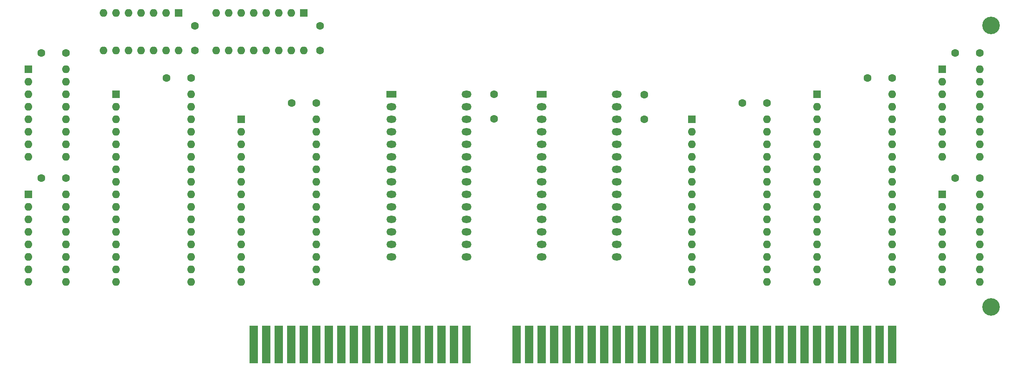
<source format=gbr>
G04 #@! TF.GenerationSoftware,KiCad,Pcbnew,(5.1.8)-1*
G04 #@! TF.CreationDate,2021-12-06T13:40:29-07:00*
G04 #@! TF.ProjectId,512k,3531326b-2e6b-4696-9361-645f70636258,rev?*
G04 #@! TF.SameCoordinates,Original*
G04 #@! TF.FileFunction,Soldermask,Bot*
G04 #@! TF.FilePolarity,Negative*
%FSLAX46Y46*%
G04 Gerber Fmt 4.6, Leading zero omitted, Abs format (unit mm)*
G04 Created by KiCad (PCBNEW (5.1.8)-1) date 2021-12-06 13:40:29*
%MOMM*%
%LPD*%
G01*
G04 APERTURE LIST*
%ADD10O,1.600000X1.600000*%
%ADD11R,1.600000X1.600000*%
%ADD12C,1.600000*%
%ADD13R,1.780000X7.620000*%
%ADD14O,2.000000X1.440000*%
%ADD15R,2.000000X1.440000*%
%ADD16C,3.556000*%
G04 APERTURE END LIST*
D10*
G04 #@! TO.C,U12*
X42156380Y-70078600D03*
X24376380Y-62458600D03*
X39616380Y-70078600D03*
X26916380Y-62458600D03*
X37076380Y-70078600D03*
X29456380Y-62458600D03*
X34536380Y-70078600D03*
X31996380Y-62458600D03*
X31996380Y-70078600D03*
X34536380Y-62458600D03*
X29456380Y-70078600D03*
X37076380Y-62458600D03*
X26916380Y-70078600D03*
X39616380Y-62458600D03*
X24376380Y-70078600D03*
D11*
X42156380Y-62458600D03*
G04 #@! TD*
D10*
G04 #@! TO.C,U11*
X16756380Y-70078600D03*
X1516380Y-62458600D03*
X14216380Y-70078600D03*
X4056380Y-62458600D03*
X11676380Y-70078600D03*
X6596380Y-62458600D03*
X9136380Y-70078600D03*
X9136380Y-62458600D03*
X6596380Y-70078600D03*
X11676380Y-62458600D03*
X4056380Y-70078600D03*
X14216380Y-62458600D03*
X1516380Y-70078600D03*
D11*
X16756380Y-62458600D03*
G04 #@! TD*
D12*
G04 #@! TO.C,C12*
X45458380Y-70078600D03*
X45458380Y-65078600D03*
G04 #@! TD*
G04 #@! TO.C,C11*
X20058380Y-70078600D03*
X20058380Y-65078600D03*
G04 #@! TD*
D13*
G04 #@! TO.C,J1*
X34536380Y-129768600D03*
X37076380Y-129768600D03*
X44696380Y-129768600D03*
X52316380Y-129768600D03*
X54856380Y-129768600D03*
X42156380Y-129768600D03*
X39616380Y-129768600D03*
X49776380Y-129768600D03*
X47236380Y-129768600D03*
X57396380Y-129768600D03*
X31996380Y-129768600D03*
X59936380Y-129768600D03*
X62476380Y-129768600D03*
X65016380Y-129768600D03*
X67556380Y-129768600D03*
X70096380Y-129768600D03*
X72636380Y-129768600D03*
X75176380Y-129768600D03*
G04 #@! TD*
D10*
G04 #@! TO.C,U10*
X-6103620Y-99288600D03*
X-13723620Y-117068600D03*
X-6103620Y-101828600D03*
X-13723620Y-114528600D03*
X-6103620Y-104368600D03*
X-13723620Y-111988600D03*
X-6103620Y-106908600D03*
X-13723620Y-109448600D03*
X-6103620Y-109448600D03*
X-13723620Y-106908600D03*
X-6103620Y-111988600D03*
X-13723620Y-104368600D03*
X-6103620Y-114528600D03*
X-13723620Y-101828600D03*
X-6103620Y-117068600D03*
D11*
X-13723620Y-99288600D03*
G04 #@! TD*
D10*
G04 #@! TO.C,U9*
X19296380Y-78968600D03*
X4056380Y-117068600D03*
X19296380Y-81508600D03*
X4056380Y-114528600D03*
X19296380Y-84048600D03*
X4056380Y-111988600D03*
X19296380Y-86588600D03*
X4056380Y-109448600D03*
X19296380Y-89128600D03*
X4056380Y-106908600D03*
X19296380Y-91668600D03*
X4056380Y-104368600D03*
X19296380Y-94208600D03*
X4056380Y-101828600D03*
X19296380Y-96748600D03*
X4056380Y-99288600D03*
X19296380Y-99288600D03*
X4056380Y-96748600D03*
X19296380Y-101828600D03*
X4056380Y-94208600D03*
X19296380Y-104368600D03*
X4056380Y-91668600D03*
X19296380Y-106908600D03*
X4056380Y-89128600D03*
X19296380Y-109448600D03*
X4056380Y-86588600D03*
X19296380Y-111988600D03*
X4056380Y-84048600D03*
X19296380Y-114528600D03*
X4056380Y-81508600D03*
X19296380Y-117068600D03*
D11*
X4056380Y-78968600D03*
G04 #@! TD*
D10*
G04 #@! TO.C,U8*
X44696380Y-84048600D03*
X29456380Y-117068600D03*
X44696380Y-86588600D03*
X29456380Y-114528600D03*
X44696380Y-89128600D03*
X29456380Y-111988600D03*
X44696380Y-91668600D03*
X29456380Y-109448600D03*
X44696380Y-94208600D03*
X29456380Y-106908600D03*
X44696380Y-96748600D03*
X29456380Y-104368600D03*
X44696380Y-99288600D03*
X29456380Y-101828600D03*
X44696380Y-101828600D03*
X29456380Y-99288600D03*
X44696380Y-104368600D03*
X29456380Y-96748600D03*
X44696380Y-106908600D03*
X29456380Y-94208600D03*
X44696380Y-109448600D03*
X29456380Y-91668600D03*
X44696380Y-111988600D03*
X29456380Y-89128600D03*
X44696380Y-114528600D03*
X29456380Y-86588600D03*
X44696380Y-117068600D03*
D11*
X29456380Y-84048600D03*
G04 #@! TD*
D10*
G04 #@! TO.C,U7*
X-6103620Y-73888600D03*
X-13723620Y-91668600D03*
X-6103620Y-76428600D03*
X-13723620Y-89128600D03*
X-6103620Y-78968600D03*
X-13723620Y-86588600D03*
X-6103620Y-81508600D03*
X-13723620Y-84048600D03*
X-6103620Y-84048600D03*
X-13723620Y-81508600D03*
X-6103620Y-86588600D03*
X-13723620Y-78968600D03*
X-6103620Y-89128600D03*
X-13723620Y-76428600D03*
X-6103620Y-91668600D03*
D11*
X-13723620Y-73888600D03*
G04 #@! TD*
D14*
G04 #@! TO.C,U6*
X75176380Y-111988600D03*
X59936380Y-111988600D03*
X75176380Y-109448600D03*
X59936380Y-109448600D03*
X75176380Y-106908600D03*
X59936380Y-106908600D03*
X75176380Y-104368600D03*
X59936380Y-104368600D03*
X75176380Y-101828600D03*
X59936380Y-101828600D03*
X75176380Y-99288600D03*
X59936380Y-99288600D03*
X75176380Y-96748600D03*
X59936380Y-96748600D03*
X75176380Y-94208600D03*
X59936380Y-94208600D03*
X75176380Y-91668600D03*
X59936380Y-91668600D03*
X75176380Y-89128600D03*
X59936380Y-89128600D03*
X75176380Y-86588600D03*
X59936380Y-86588600D03*
X75176380Y-84048600D03*
X59936380Y-84048600D03*
X75176380Y-81508600D03*
X59936380Y-81508600D03*
X75176380Y-78968600D03*
D15*
X59936380Y-78968600D03*
G04 #@! TD*
D12*
G04 #@! TO.C,C10*
X44696380Y-80746600D03*
X39696380Y-80746600D03*
G04 #@! TD*
G04 #@! TO.C,C9*
X19296380Y-75666600D03*
X14296380Y-75666600D03*
G04 #@! TD*
G04 #@! TO.C,C8*
X80764380Y-78968600D03*
X80764380Y-83968600D03*
G04 #@! TD*
G04 #@! TO.C,C7*
X-6103620Y-70586600D03*
X-11103620Y-70586600D03*
G04 #@! TD*
G04 #@! TO.C,C6*
X-6103620Y-95986600D03*
X-11103620Y-95986600D03*
G04 #@! TD*
D16*
G04 #@! TO.C,R*
X181602380Y-122148600D03*
G04 #@! TD*
G04 #@! TO.C,R*
X181602380Y-64998600D03*
G04 #@! TD*
D10*
G04 #@! TO.C,U5*
X179316380Y-99288600D03*
X171696380Y-117068600D03*
X179316380Y-101828600D03*
X171696380Y-114528600D03*
X179316380Y-104368600D03*
X171696380Y-111988600D03*
X179316380Y-106908600D03*
X171696380Y-109448600D03*
X179316380Y-109448600D03*
X171696380Y-106908600D03*
X179316380Y-111988600D03*
X171696380Y-104368600D03*
X179316380Y-114528600D03*
X171696380Y-101828600D03*
X179316380Y-117068600D03*
D11*
X171696380Y-99288600D03*
G04 #@! TD*
D10*
G04 #@! TO.C,U4*
X179316380Y-73888600D03*
X171696380Y-91668600D03*
X179316380Y-76428600D03*
X171696380Y-89128600D03*
X179316380Y-78968600D03*
X171696380Y-86588600D03*
X179316380Y-81508600D03*
X171696380Y-84048600D03*
X179316380Y-84048600D03*
X171696380Y-81508600D03*
X179316380Y-86588600D03*
X171696380Y-78968600D03*
X179316380Y-89128600D03*
X171696380Y-76428600D03*
X179316380Y-91668600D03*
D11*
X171696380Y-73888600D03*
G04 #@! TD*
D12*
G04 #@! TO.C,C5*
X179316380Y-95986600D03*
X174316380Y-95986600D03*
G04 #@! TD*
G04 #@! TO.C,C4*
X179316380Y-70586600D03*
X174316380Y-70586600D03*
G04 #@! TD*
G04 #@! TO.C,C3*
X161536380Y-75666600D03*
X156536380Y-75666600D03*
G04 #@! TD*
G04 #@! TO.C,C2*
X136136380Y-80746600D03*
X131136380Y-80746600D03*
G04 #@! TD*
D14*
G04 #@! TO.C,U2*
X105656380Y-111988600D03*
X90416380Y-111988600D03*
X105656380Y-109448600D03*
X90416380Y-109448600D03*
X105656380Y-106908600D03*
X90416380Y-106908600D03*
X105656380Y-104368600D03*
X90416380Y-104368600D03*
X105656380Y-101828600D03*
X90416380Y-101828600D03*
X105656380Y-99288600D03*
X90416380Y-99288600D03*
X105656380Y-96748600D03*
X90416380Y-96748600D03*
X105656380Y-94208600D03*
X90416380Y-94208600D03*
X105656380Y-91668600D03*
X90416380Y-91668600D03*
X105656380Y-89128600D03*
X90416380Y-89128600D03*
X105656380Y-86588600D03*
X90416380Y-86588600D03*
X105656380Y-84048600D03*
X90416380Y-84048600D03*
X105656380Y-81508600D03*
X90416380Y-81508600D03*
X105656380Y-78968600D03*
D15*
X90416380Y-78968600D03*
G04 #@! TD*
D10*
G04 #@! TO.C,U1*
X136136380Y-84048600D03*
X120896380Y-117068600D03*
X136136380Y-86588600D03*
X120896380Y-114528600D03*
X136136380Y-89128600D03*
X120896380Y-111988600D03*
X136136380Y-91668600D03*
X120896380Y-109448600D03*
X136136380Y-94208600D03*
X120896380Y-106908600D03*
X136136380Y-96748600D03*
X120896380Y-104368600D03*
X136136380Y-99288600D03*
X120896380Y-101828600D03*
X136136380Y-101828600D03*
X120896380Y-99288600D03*
X136136380Y-104368600D03*
X120896380Y-96748600D03*
X136136380Y-106908600D03*
X120896380Y-94208600D03*
X136136380Y-109448600D03*
X120896380Y-91668600D03*
X136136380Y-111988600D03*
X120896380Y-89128600D03*
X136136380Y-114528600D03*
X120896380Y-86588600D03*
X136136380Y-117068600D03*
D11*
X120896380Y-84048600D03*
G04 #@! TD*
D13*
G04 #@! TO.C,J9*
X85336380Y-129768600D03*
X87876380Y-129768600D03*
X90416380Y-129768600D03*
X92956380Y-129768600D03*
X95496380Y-129768600D03*
X98036380Y-129768600D03*
X100576380Y-129768600D03*
X103116380Y-129768600D03*
X105656380Y-129768600D03*
X108196380Y-129768600D03*
X110736380Y-129768600D03*
X113276380Y-129768600D03*
X115816380Y-129768600D03*
X118356380Y-129768600D03*
X120896380Y-129768600D03*
X123436380Y-129768600D03*
X125976380Y-129768600D03*
X128516380Y-129768600D03*
X131056380Y-129768600D03*
X133596380Y-129768600D03*
X136136380Y-129768600D03*
X138676380Y-129768600D03*
X141216380Y-129768600D03*
X143756380Y-129768600D03*
X146296380Y-129768600D03*
X148836380Y-129768600D03*
X151376380Y-129768600D03*
X153916380Y-129768600D03*
X156456380Y-129768600D03*
X158996380Y-129768600D03*
X161536380Y-129768600D03*
G04 #@! TD*
D12*
G04 #@! TO.C,C1*
X111244380Y-79048600D03*
X111244380Y-84048600D03*
G04 #@! TD*
D10*
G04 #@! TO.C,U3*
X161536380Y-78968600D03*
X146296380Y-117068600D03*
X161536380Y-81508600D03*
X146296380Y-114528600D03*
X161536380Y-84048600D03*
X146296380Y-111988600D03*
X161536380Y-86588600D03*
X146296380Y-109448600D03*
X161536380Y-89128600D03*
X146296380Y-106908600D03*
X161536380Y-91668600D03*
X146296380Y-104368600D03*
X161536380Y-94208600D03*
X146296380Y-101828600D03*
X161536380Y-96748600D03*
X146296380Y-99288600D03*
X161536380Y-99288600D03*
X146296380Y-96748600D03*
X161536380Y-101828600D03*
X146296380Y-94208600D03*
X161536380Y-104368600D03*
X146296380Y-91668600D03*
X161536380Y-106908600D03*
X146296380Y-89128600D03*
X161536380Y-109448600D03*
X146296380Y-86588600D03*
X161536380Y-111988600D03*
X146296380Y-84048600D03*
X161536380Y-114528600D03*
X146296380Y-81508600D03*
X161536380Y-117068600D03*
D11*
X146296380Y-78968600D03*
G04 #@! TD*
M02*

</source>
